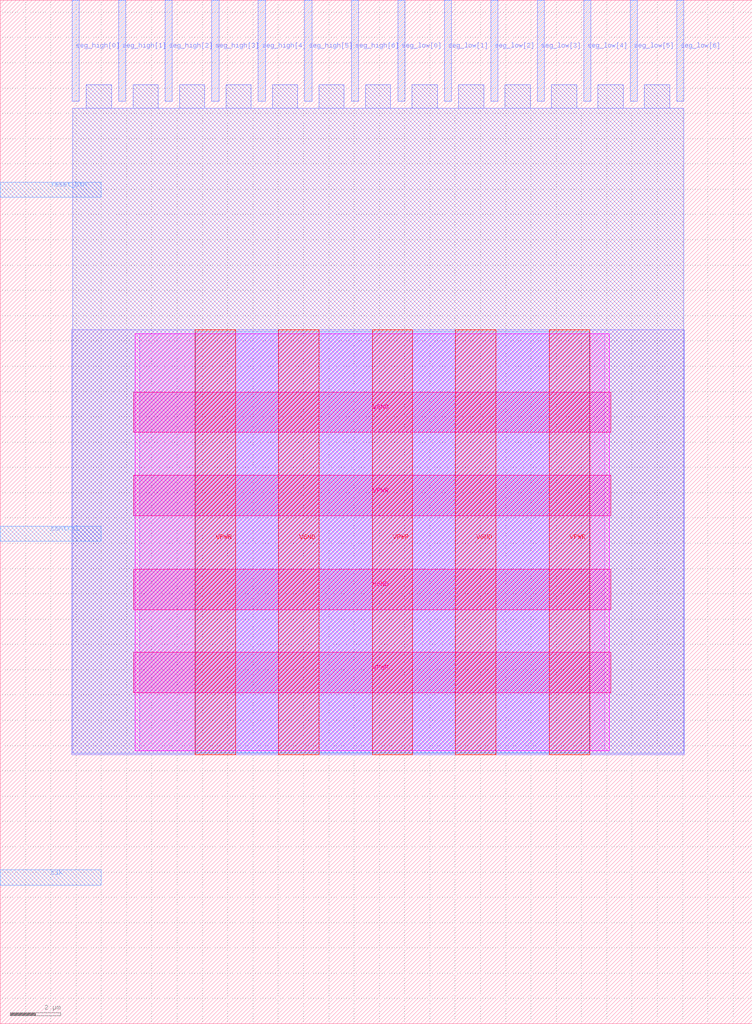
<source format=lef>
VERSION 5.7 ;
  NOWIREEXTENSIONATPIN ON ;
  DIVIDERCHAR "/" ;
  BUSBITCHARS "[]" ;
MACRO full_cpu
  CLASS BLOCK ;
  FOREIGN full_cpu ;
  ORIGIN 0.000 0.000 ;
  SIZE 29.755 BY 40.475 ;
  PIN VGND
    DIRECTION INOUT ;
    USE GROUND ;
    PORT
      LAYER met4 ;
        RECT 11.020 10.640 12.620 27.440 ;
    END
    PORT
      LAYER met4 ;
        RECT 18.020 10.640 19.620 27.440 ;
    END
    PORT
      LAYER met5 ;
        RECT 5.280 16.380 24.160 17.980 ;
    END
    PORT
      LAYER met5 ;
        RECT 5.280 23.380 24.160 24.980 ;
    END
  END VGND
  PIN VPWR
    DIRECTION INOUT ;
    USE POWER ;
    PORT
      LAYER met4 ;
        RECT 7.720 10.640 9.320 27.440 ;
    END
    PORT
      LAYER met4 ;
        RECT 14.720 10.640 16.320 27.440 ;
    END
    PORT
      LAYER met4 ;
        RECT 21.720 10.640 23.320 27.440 ;
    END
    PORT
      LAYER met5 ;
        RECT 5.280 13.080 24.160 14.680 ;
    END
    PORT
      LAYER met5 ;
        RECT 5.280 20.080 24.160 21.680 ;
    END
  END VPWR
  PIN clk
    DIRECTION INPUT ;
    USE SIGNAL ;
    PORT
      LAYER met3 ;
        RECT 0.000 5.480 4.000 6.080 ;
    END
  END clk
  PIN control
    DIRECTION INPUT ;
    USE SIGNAL ;
    PORT
      LAYER met3 ;
        RECT 0.000 19.080 4.000 19.680 ;
    END
  END control
  PIN reset_btn
    DIRECTION INPUT ;
    USE SIGNAL ;
    PORT
      LAYER met3 ;
        RECT 0.000 32.680 4.000 33.280 ;
    END
  END reset_btn
  PIN seg_high[0]
    DIRECTION OUTPUT ;
    USE SIGNAL ;
    PORT
      LAYER met2 ;
        RECT 2.850 36.475 3.130 40.475 ;
    END
  END seg_high[0]
  PIN seg_high[1]
    DIRECTION OUTPUT ;
    USE SIGNAL ;
    PORT
      LAYER met2 ;
        RECT 4.690 36.475 4.970 40.475 ;
    END
  END seg_high[1]
  PIN seg_high[2]
    DIRECTION OUTPUT ;
    USE SIGNAL ;
    PORT
      LAYER met2 ;
        RECT 6.530 36.475 6.810 40.475 ;
    END
  END seg_high[2]
  PIN seg_high[3]
    DIRECTION OUTPUT ;
    USE SIGNAL ;
    PORT
      LAYER met2 ;
        RECT 8.370 36.475 8.650 40.475 ;
    END
  END seg_high[3]
  PIN seg_high[4]
    DIRECTION OUTPUT ;
    USE SIGNAL ;
    PORT
      LAYER met2 ;
        RECT 10.210 36.475 10.490 40.475 ;
    END
  END seg_high[4]
  PIN seg_high[5]
    DIRECTION OUTPUT ;
    USE SIGNAL ;
    PORT
      LAYER met2 ;
        RECT 12.050 36.475 12.330 40.475 ;
    END
  END seg_high[5]
  PIN seg_high[6]
    DIRECTION OUTPUT ;
    USE SIGNAL ;
    PORT
      LAYER met2 ;
        RECT 13.890 36.475 14.170 40.475 ;
    END
  END seg_high[6]
  PIN seg_low[0]
    DIRECTION OUTPUT ;
    USE SIGNAL ;
    PORT
      LAYER met2 ;
        RECT 15.730 36.475 16.010 40.475 ;
    END
  END seg_low[0]
  PIN seg_low[1]
    DIRECTION OUTPUT ;
    USE SIGNAL ;
    PORT
      LAYER met2 ;
        RECT 17.570 36.475 17.850 40.475 ;
    END
  END seg_low[1]
  PIN seg_low[2]
    DIRECTION OUTPUT ;
    USE SIGNAL ;
    PORT
      LAYER met2 ;
        RECT 19.410 36.475 19.690 40.475 ;
    END
  END seg_low[2]
  PIN seg_low[3]
    DIRECTION OUTPUT ;
    USE SIGNAL ;
    PORT
      LAYER met2 ;
        RECT 21.250 36.475 21.530 40.475 ;
    END
  END seg_low[3]
  PIN seg_low[4]
    DIRECTION OUTPUT ;
    USE SIGNAL ;
    PORT
      LAYER met2 ;
        RECT 23.090 36.475 23.370 40.475 ;
    END
  END seg_low[4]
  PIN seg_low[5]
    DIRECTION OUTPUT ;
    USE SIGNAL ;
    PORT
      LAYER met2 ;
        RECT 24.930 36.475 25.210 40.475 ;
    END
  END seg_low[5]
  PIN seg_low[6]
    DIRECTION OUTPUT ;
    USE SIGNAL ;
    PORT
      LAYER met2 ;
        RECT 26.770 36.475 27.050 40.475 ;
    END
  END seg_low[6]
  OBS
      LAYER nwell ;
        RECT 5.330 10.795 24.110 27.285 ;
      LAYER li1 ;
        RECT 5.520 10.795 23.920 27.285 ;
      LAYER met1 ;
        RECT 2.830 10.640 27.070 27.440 ;
      LAYER met2 ;
        RECT 3.410 36.195 4.410 37.130 ;
        RECT 5.250 36.195 6.250 37.130 ;
        RECT 7.090 36.195 8.090 37.130 ;
        RECT 8.930 36.195 9.930 37.130 ;
        RECT 10.770 36.195 11.770 37.130 ;
        RECT 12.610 36.195 13.610 37.130 ;
        RECT 14.450 36.195 15.450 37.130 ;
        RECT 16.290 36.195 17.290 37.130 ;
        RECT 18.130 36.195 19.130 37.130 ;
        RECT 19.970 36.195 20.970 37.130 ;
        RECT 21.810 36.195 22.810 37.130 ;
        RECT 23.650 36.195 24.650 37.130 ;
        RECT 25.490 36.195 26.490 37.130 ;
        RECT 2.860 10.695 27.040 36.195 ;
      LAYER met3 ;
        RECT 7.730 10.715 23.310 27.365 ;
  END
END full_cpu
END LIBRARY


</source>
